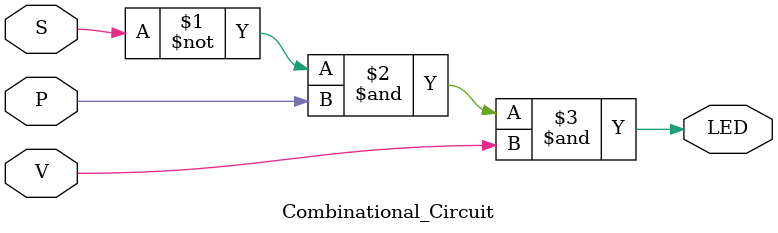
<source format=v>

module Combinational_Circuit(S,P,V,LED);

input S,P,V;

output LED;

/*Data types in verilog
    1. wire
    2. reg
*/

// Dataflow modelling
assign LED = (~S) & (P) & (V);

endmodule

</source>
